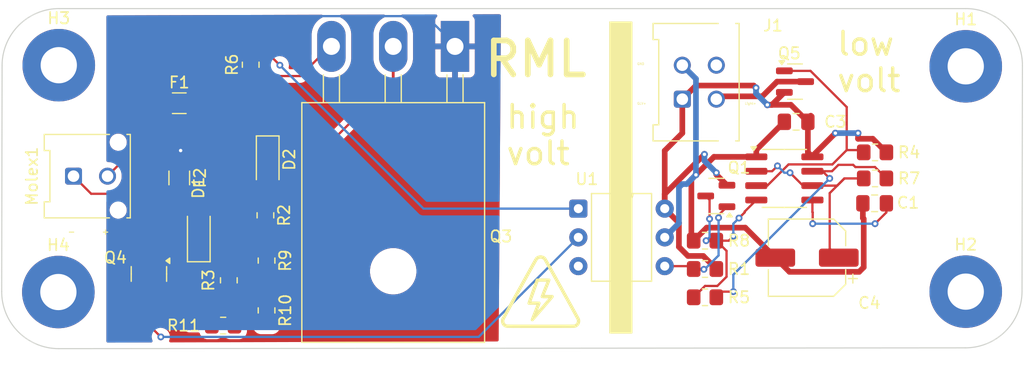
<source format=kicad_pcb>
(kicad_pcb (version 20241229) (generator "pcbnew") (generator_version "9.0")
  (layers (0 "F.Cu" signal) (2 "B.Cu" signal) (13 "F.Paste" user) (15 "B.Paste" user) (5 "F.SilkS" user "F.Silkscreen") (7 "B.SilkS" user "B.Silkscreen") (1 "F.Mask" user) (3 "B.Mask" user) (25 "Edge.Cuts" user))
  (net 0 "")
  (net 1 "Net-(D1-K)")
  (net 2 "/HV-")
  (net 3 "GLV+")
  (net 4 "Net-(Q1-D)")
  (net 5 "Net-(Q1-G)")
  (net 6 "Net-(Q3-S)")
  (net 7 "Net-(Q4-D)")
  (net 8 "Net-(R6-Pad2)")
  (net 10 "Net-(D2-A)")
  (net 11 "/HV+")
  (net 12 "Net-(U2-CV)")
  (net 13 "Light+")
  (net 14 "GND")
  (net 15 "Net-(Q5-G)")
  (net 16 "Net-(U2-THR)")
  (net 18 "Net-(R10-Pad2)")
  (net 19 "Net-(R10-Pad1)")
  (net 20 "Net-(R2-Pad2)")
  (net 21 "Net-(D2-K)")
  (net 22 "Net-(Molex1-Pin_1)")
  (net 23 "Net-(U2-DIS)")
  (footprint "MountingHole:MountingHole_3.2mm_M3_Pad_TopBottom" (layer "F.Cu") (at 109 80.5)
    (property "Reference" "H3" (at 0 -4.15 0) (layer "F.SilkS"))
    (property "Value" "MountingHole")
    (pad "1" thru_hole circle (at 0 0) (size 3.6 3.6) (drill 3.2) (layers "*.Cu" "*.Mask"))
    (pad "1" connect circle (at 0 0) (size 6.4 6.4) (layers "F.Cu" "F.Mask"))
    (pad "1" connect circle (at 0 0) (size 6.4 6.4) (layers "B.Cu" "B.Mask"))
  )
  (footprint "Resistor_SMD:R_0805_2012Metric_Pad1.20x1.40mm_HandSolder" (layer "F.Cu") (at 127.3282 97.7579 -90)
    (property "Reference" "R9" (at 0 -1.65 90) (layer "F.SilkS"))
    (property "Value" "240k")
    (pad "1" smd roundrect (at -1 0 270) (size 1.2 1.4) (layers "F.Cu" "F.Mask" "F.Paste") (roundrect_rratio 0.208333) (net 20 "Net-(R2-Pad2)"))
    (pad "2" smd roundrect (at 1 0 270) (size 1.2 1.4) (layers "F.Cu" "F.Mask" "F.Paste") (roundrect_rratio 0.208333) (net 19 "Net-(R10-Pad1)"))
  )
  (footprint "Resistor_SMD:R_0805_2012Metric_Pad1.20x1.40mm_HandSolder" (layer "F.Cu") (at 124 99.5 90)
    (property "Reference" "R3" (at 0 -1.8 90) (layer "F.SilkS"))
    (property "Value" "2M")
    (pad "1" smd roundrect (at -1 0 90) (size 1.2 1.4) (layers "F.Cu" "F.Mask" "F.Paste") (roundrect_rratio 0.208333) (net 1 "Net-(D1-K)"))
    (pad "2" smd roundrect (at 1 0 90) (size 1.2 1.4) (layers "F.Cu" "F.Mask" "F.Paste") (roundrect_rratio 0.208333) (net 2 "/HV-"))
  )
  (footprint "Capacitor_SMD:CP_Elec_6.3x5.4" (layer "F.Cu") (at 175 97.5 180)
    (property "Reference" "C4" (at -5.5 -4 0) (layer "F.SilkS"))
    (property "Value" "100uF")
    (pad "1" smd roundrect (at -2.8 0 180) (size 3.5 1.6) (layers "F.Cu" "F.Mask" "F.Paste") (roundrect_rratio 0.15625) (net 16 "Net-(U2-THR)"))
    (pad "2" smd roundrect (at 2.8 0 180) (size 3.5 1.6) (layers "F.Cu" "F.Mask" "F.Paste") (roundrect_rratio 0.15625) (net 14 "GND"))
  )
  (footprint "Connector_Molex:Molex_Micro-Fit_3.0_43045-0212_2x01_P3.00mm_Vertical" (layer "F.Cu") (at 110.3 90.3 90)
    (property "Reference" "Molex1" (at 0 -3.67 90) (layer "F.SilkS"))
    (property "Value" "043045-0212")
    (pad "" np_thru_hole circle (at -3 3.94 90) (size 1.02 1.02) (drill 1.02) (layers "*.Cu" "*.Mask"))
    (pad "" np_thru_hole circle (at 3 3.94 90) (size 1.02 1.02) (drill 1.02) (layers "*.Cu" "*.Mask"))
    (pad "1" thru_hole roundrect (at 0 0 90) (size 1.5 1.5) (drill 1.02) (layers "*.Cu" "*.Mask") (roundrect_rratio 0.166667) (net 22 "Net-(Molex1-Pin_1)"))
    (pad "2" thru_hole circle (at 0 3 90) (size 1.5 1.5) (drill 1.02) (layers "*.Cu" "*.Mask") (net 11 "/HV+"))
  )
  (footprint "Fuse:Fuse_1206_3216Metric" (layer "F.Cu") (at 119.6282 90.4579 -90)
    (property "Reference" "F2" (at 0 -1.83 270) (layer "F.SilkS"))
    (property "Value" "750mA")
    (pad "1" smd roundrect (at -1.4 0 270) (size 1.25 1.75) (layers "F.Cu" "F.Mask" "F.Paste") (roundrect_rratio 0.2) (net 2 "/HV-"))
    (pad "2" smd roundrect (at 1.4 0 270) (size 1.25 1.75) (layers "F.Cu" "F.Mask" "F.Paste") (roundrect_rratio 0.2) (net 22 "Net-(Molex1-Pin_1)"))
  )
  (footprint "Capacitor_SMD:C_0805_2012Metric_Pad1.18x1.45mm_HandSolder" (layer "F.Cu") (at 174.0375 85.5)
    (property "Reference" "C3" (at 3.4625 0 0) (layer "F.SilkS"))
    (property "Value" "1uF")
    (pad "1" smd roundrect (at -1.0375 0) (size 1.175 1.45) (layers "F.Cu" "F.Mask" "F.Paste") (roundrect_rratio 0.212766) (net 14 "GND"))
    (pad "2" smd roundrect (at 1.0375 0) (size 1.175 1.45) (layers "F.Cu" "F.Mask" "F.Paste") (roundrect_rratio 0.212766) (net 3 "GLV+"))
  )
  (footprint "Resistor_SMD:R_0805_2012Metric_Pad1.20x1.40mm_HandSolder" (layer "F.Cu") (at 166 98.5 180)
    (property "Reference" "R1" (at -3 0 0) (layer "F.SilkS"))
    (property "Value" "2k")
    (pad "1" smd roundrect (at -1 0 180) (size 1.2 1.4) (layers "F.Cu" "F.Mask" "F.Paste") (roundrect_rratio 0.208333) (net 3 "GLV+"))
    (pad "2" smd roundrect (at 1 0 180) (size 1.2 1.4) (layers "F.Cu" "F.Mask" "F.Paste") (roundrect_rratio 0.208333) (net 5 "Net-(Q1-G)"))
  )
  (footprint "Resistor_SMD:R_0805_2012Metric_Pad1.20x1.40mm_HandSolder" (layer "F.Cu") (at 127.2282 93.7579 -90)
    (property "Reference" "R2" (at 0 -1.65 90) (layer "F.SilkS"))
    (property "Value" "240k")
    (pad "1" smd roundrect (at -1 0 270) (size 1.2 1.4) (layers "F.Cu" "F.Mask" "F.Paste") (roundrect_rratio 0.208333) (net 10 "Net-(D2-A)"))
    (pad "2" smd roundrect (at 1 0 270) (size 1.2 1.4) (layers "F.Cu" "F.Mask" "F.Paste") (roundrect_rratio 0.208333) (net 20 "Net-(R2-Pad2)"))
  )
  (footprint "MountingHole:MountingHole_3.2mm_M3_Pad_TopBottom" (layer "F.Cu") (at 108.964466 100.535534)
    (property "Reference" "H4" (at 0 -4.15 0) (layer "F.SilkS"))
    (property "Value" "MountingHole")
    (pad "1" thru_hole circle (at 0 0) (size 3.6 3.6) (drill 3.2) (layers "*.Cu" "*.Mask"))
    (pad "1" connect circle (at 0 0) (size 6.4 6.4) (layers "F.Cu" "F.Mask"))
    (pad "1" connect circle (at 0 0) (size 6.4 6.4) (layers "B.Cu" "B.Mask"))
  )
  (footprint "Capacitor_SMD:C_0805_2012Metric_Pad1.18x1.45mm_HandSolder" (layer "F.Cu") (at 180.9625 92.7)
    (property "Reference" "C1" (at 2.95 -0.05 0) (layer "F.SilkS"))
    (property "Value" "0.1uF")
    (pad "1" smd roundrect (at -1.0375 0) (size 1.175 1.45) (layers "F.Cu" "F.Mask" "F.Paste") (roundrect_rratio 0.212766) (net 14 "GND"))
    (pad "2" smd roundrect (at 1.0375 0) (size 1.175 1.45) (layers "F.Cu" "F.Mask" "F.Paste") (roundrect_rratio 0.212766) (net 12 "Net-(U2-CV)"))
  )
  (footprint "Diode_SMD:D_SOD-123" (layer "F.Cu") (at 121.35 95.5 90)
    (property "Reference" "D1" (at 4.1782 -0.0421 90) (layer "F.SilkS"))
    (property "Value" "BZT52C12")
    (pad "1" smd roundrect (at -1.65 0 90) (size 0.9 1.2) (layers "F.Cu" "F.Mask" "F.Paste") (net 1 "Net-(D1-K)"))
    (pad "2" smd roundrect (at 1.65 0 90) (size 0.9 1.2) (layers "F.Cu" "F.Mask" "F.Paste") (net 2 "/HV-"))
  )
  (footprint "Resistor_SMD:R_0805_2012Metric_Pad1.20x1.40mm_HandSolder" (layer "F.Cu") (at 123.5 103.5 180)
    (property "Reference" "R11" (at 3.5 0 0) (layer "F.SilkS"))
    (property "Value" "240k")
    (pad "1" smd roundrect (at -1 0 180) (size 1.2 1.4) (layers "F.Cu" "F.Mask" "F.Paste") (roundrect_rratio 0.208333) (net 18 "Net-(R10-Pad2)"))
    (pad "2" smd roundrect (at 1 0 180) (size 1.2 1.4) (layers "F.Cu" "F.Mask" "F.Paste") (roundrect_rratio 0.208333) (net 1 "Net-(D1-K)"))
  )
  (footprint "LOGO" (layer "F.Cu") (at 151.5 100.5)
    (property "Reference" "G***" (hide yes))
    (property "Value" "LOGO" (hide yes))
  )
  (footprint "MountingHole:MountingHole_3.2mm_M3_Pad_TopBottom" (layer "F.Cu") (at 189 100.5)
    (property "Reference" "H2" (at 0 -4.15 0) (layer "F.SilkS"))
    (property "Value" "MountingHole")
    (pad "1" thru_hole circle (at 0 0) (size 3.6 3.6) (drill 3.2) (layers "*.Cu" "*.Mask"))
    (pad "1" connect circle (at 0 0) (size 6.4 6.4) (layers "F.Cu" "F.Mask"))
    (pad "1" connect circle (at 0 0) (size 6.4 6.4) (layers "B.Cu" "B.Mask"))
  )
  (footprint "Resistor_SMD:R_0805_2012Metric_Pad1.20x1.40mm_HandSolder" (layer "F.Cu") (at 166 96)
    (property "Reference" "R8" (at 3 0 0) (layer "F.SilkS"))
    (property "Value" "1k")
    (pad "1" smd roundrect (at -1 0) (size 1.2 1.4) (layers "F.Cu" "F.Mask" "F.Paste") (roundrect_rratio 0.208333) (net 14 "GND"))
    (pad "2" smd roundrect (at 1 0) (size 1.2 1.4) (layers "F.Cu" "F.Mask" "F.Paste") (roundrect_rratio 0.208333) (net 4 "Net-(Q1-D)"))
  )
  (footprint "Connector_Molex:Molex_Micro-Fit_3.0_43045-0412_2x02_P3.00mm_Vertical" (layer "F.Cu") (at 164 83.5 90)
    (property "Reference" "J1" (at 6.5 8 180) (layer "F.SilkS"))
    (property "Value" "043045-0412")
    (pad "" np_thru_hole circle (at -3 3.94 90) (size 1.02 1.02) (drill 1.02) (layers "*.Cu" "*.Mask"))
    (pad "" np_thru_hole circle (at 6 3.94 90) (size 1.02 1.02) (drill 1.02) (layers "*.Cu" "*.Mask"))
    (pad "1" thru_hole roundrect (at 0 0 90) (size 1.5 1.5) (drill 1.02) (layers "*.Cu" "*.Mask") (roundrect_rratio 0.166667) (net 3 "GLV+"))
    (pad "2" thru_hole circle (at 3 0 90) (size 1.5 1.5) (drill 1.02) (layers "*.Cu" "*.Mask") (net 14 "GND"))
    (pad "3" thru_hole circle (at 0 3 90) (size 1.5 1.5) (drill 1.02) (layers "*.Cu" "*.Mask") (net 13 "Light+"))
    (pad "4" thru_hole circle (at 3 3 90) (size 1.5 1.5) (drill 1.02) (layers "*.Cu" "*.Mask"))
  )
  (footprint "Resistor_SMD:R_0805_2012Metric_Pad1.20x1.40mm_HandSolder" (layer "F.Cu") (at 127.3282 102.1579 -90)
    (property "Reference" "R10" (at 0 -1.65 90) (layer "F.SilkS"))
    (property "Value" "240k")
    (pad "1" smd roundrect (at -1 0 270) (size 1.2 1.4) (layers "F.Cu" "F.Mask" "F.Paste") (roundrect_rratio 0.208333) (net 19 "Net-(R10-Pad1)"))
    (pad "2" smd roundrect (at 1 0 270) (size 1.2 1.4) (layers "F.Cu" "F.Mask" "F.Paste") (roundrect_rratio 0.208333) (net 18 "Net-(R10-Pad2)"))
  )
  (footprint "Resistor_SMD:R_0805_2012Metric_Pad1.20x1.40mm_HandSolder" (layer "F.Cu") (at 181 88.2)
    (property "Reference" "R4" (at 3 0 0) (layer "F.SilkS"))
    (property "Value" "1k")
    (pad "1" smd roundrect (at -1 0) (size 1.2 1.4) (layers "F.Cu" "F.Mask" "F.Paste") (roundrect_rratio 0.208333) (net 15 "Net-(Q5-G)"))
    (pad "2" smd roundrect (at 1 0) (size 1.2 1.4) (layers "F.Cu" "F.Mask" "F.Paste") (roundrect_rratio 0.208333) (net 3 "GLV+"))
  )
  (footprint "Resistor_SMD:R_0805_2012Metric_Pad1.20x1.40mm_HandSolder" (layer "F.Cu") (at 166 101)
    (property "Reference" "R5" (at 3 0 0) (layer "F.SilkS"))
    (property "Value" "100")
    (pad "1" smd roundrect (at -1 0) (size 1.2 1.4) (layers "F.Cu" "F.Mask" "F.Paste") (roundrect_rratio 0.208333) (net 4 "Net-(Q1-D)"))
    (pad "2" smd roundrect (at 1 0) (size 1.2 1.4) (layers "F.Cu" "F.Mask" "F.Paste") (roundrect_rratio 0.208333) (net 23 "Net-(U2-DIS)"))
  )
  (footprint "Package_DIP:DIP-6_W7.62mm" (layer "F.Cu") (at 154.8282 93.1679)
    (property "Reference" "U1" (at 0.752 -2.6058 0) (layer "F.SilkS"))
    (property "Value" "H11L1M")
    (pad "1" thru_hole roundrect (at 0 0) (size 1.6 1.6) (drill 0.8) (layers "*.Cu" "*.Mask") (roundrect_rratio 0.15625) (net 8 "Net-(R6-Pad2)"))
    (pad "2" thru_hole circle (at 0 2.54) (size 1.6 1.6) (drill 0.8) (layers "*.Cu" "*.Mask") (net 7 "Net-(Q4-D)"))
    (pad "3" thru_hole circle (at 0 5.08) (size 1.6 1.6) (drill 0.8) (layers "*.Cu" "*.Mask"))
    (pad "4" thru_hole circle (at 7.62 5.08) (size 1.6 1.6) (drill 0.8) (layers "*.Cu" "*.Mask") (net 5 "Net-(Q1-G)"))
    (pad "5" thru_hole circle (at 7.62 2.54) (size 1.6 1.6) (drill 0.8) (layers "*.Cu" "*.Mask") (net 14 "GND"))
    (pad "6" thru_hole circle (at 7.62 0) (size 1.6 1.6) (drill 0.8) (layers "*.Cu" "*.Mask") (net 3 "GLV+"))
  )
  (footprint "Diode_SMD:D_SOD-123F" (layer "F.Cu") (at 127.4282 88.9579 -90)
    (property "Reference" "D2" (at -0.127 -1.905 270) (layer "F.SilkS"))
    (property "Value" "BZT52C51")
    (pad "1" smd roundrect (at -1.4 0 270) (size 1.1 1.1) (layers "F.Cu" "F.Mask" "F.Paste") (roundrect_rratio 0.2272727273) (net 21 "Net-(D2-K)"))
    (pad "2" smd roundrect (at 1.4 0 270) (size 1.1 1.1) (layers "F.Cu" "F.Mask" "F.Paste") (roundrect_rratio 0.2272727273) (net 10 "Net-(D2-A)"))
  )
  (footprint "Fuse:Fuse_1206_3216Metric" (layer "F.Cu") (at 119.6282 83.8579)
    (property "Reference" "F1" (at 0 -1.83 0) (layer "F.SilkS"))
    (property "Value" "750mA")
    (pad "1" smd roundrect (at -1.4 0) (size 1.25 1.75) (layers "F.Cu" "F.Mask" "F.Paste") (roundrect_rratio 0.2) (net 11 "/HV+"))
    (pad "2" smd roundrect (at 1.4 0) (size 1.25 1.75) (layers "F.Cu" "F.Mask" "F.Paste") (roundrect_rratio 0.2) (net 21 "Net-(D2-K)"))
  )
  (footprint "Package_TO_SOT_SMD:SOT-23" (layer "F.Cu") (at 167 92.05 180)
    (property "Reference" "Q1" (at -2 2.5 180) (layer "F.SilkS"))
    (property "Value" "DMP2035U-7")
    (pad "1" smd roundrect (at -0.9375 -0.95 180) (size 1.475 0.6) (layers "F.Cu" "F.Mask" "F.Paste") (net 5 "Net-(Q1-G)"))
    (pad "2" smd roundrect (at -0.9375 0.95 180) (size 1.475 0.6) (layers "F.Cu" "F.Mask" "F.Paste") (net 3 "GLV+"))
    (pad "3" smd roundrect (at 0.9375 0 180) (size 1.475 0.6) (layers "F.Cu" "F.Mask" "F.Paste") (net 4 "Net-(Q1-D)"))
  )
  (footprint "Package_SO:SOIC-8_3.9x4.9mm_P1.27mm" (layer "F.Cu") (at 173 90.5)
    (property "Reference" "U2" (hide yes))
    (property "Value" "NE555D")
    (pad "1" smd roundrect (at -2.475 -1.905) (size 1.95 0.6) (layers "F.Cu" "F.Mask" "F.Paste") (net 14 "GND"))
    (pad "2" smd roundrect (at -2.475 -0.635) (size 1.95 0.6) (layers "F.Cu" "F.Mask" "F.Paste") (net 16 "Net-(U2-THR)"))
    (pad "3" smd roundrect (at -2.475 0.635) (size 1.95 0.6) (layers "F.Cu" "F.Mask" "F.Paste") (net 15 "Net-(Q5-G)"))
    (pad "4" smd roundrect (at -2.475 1.905) (size 1.95 0.6) (layers "F.Cu" "F.Mask" "F.Paste") (net 4 "Net-(Q1-D)"))
    (pad "5" smd roundrect (at 2.475 1.905) (size 1.95 0.6) (layers "F.Cu" "F.Mask" "F.Paste") (net 12 "Net-(U2-CV)"))
    (pad "6" smd roundrect (at 2.475 0.635) (size 1.95 0.6) (layers "F.Cu" "F.Mask" "F.Paste") (net 16 "Net-(U2-THR)"))
    (pad "7" smd roundrect (at 2.475 -0.635) (size 1.95 0.6) (layers "F.Cu" "F.Mask" "F.Paste") (net 23 "Net-(U2-DIS)"))
    (pad "8" smd roundrect (at 2.475 -1.905) (size 1.95 0.6) (layers "F.Cu" "F.Mask" "F.Paste") (net 3 "GLV+"))
  )
  (footprint "Resistor_SMD:R_0805_2012Metric_Pad1.20x1.40mm_HandSolder" (layer "F.Cu") (at 181 90.5)
    (property "Reference" "R7" (at 3 0 0) (layer "F.SilkS"))
    (property "Value" "3k")
    (pad "1" smd roundrect (at -1 0) (size 1.2 1.4) (layers "F.Cu" "F.Mask" "F.Paste") (roundrect_rratio 0.208333) (net 16 "Net-(U2-THR)"))
    (pad "2" smd roundrect (at 1 0) (size 1.2 1.4) (layers "F.Cu" "F.Mask" "F.Paste") (roundrect_rratio 0.208333) (net 23 "Net-(U2-DIS)"))
  )
  (footprint "Package_TO_SOT_THT:TO-247-3_Horizontal_TabDown" (layer "F.Cu") (at 143.95 78.84 180)
    (property "Reference" "Q3" (at -4.05 -16.7856 0) (layer "F.SilkS"))
    (property "Value" "UJ3N065080K3S")
    (pad "" np_thru_hole circle (at 5.45 -19.86 180) (size 3.6 3.6) (drill 3.6) (layers "*.Cu" "*.Mask"))
    (pad "1" thru_hole rect (at 0 0 180) (size 2.5 4.5) (drill 1.5) (layers "*.Cu" "*.Mask") (net 2 "/HV-"))
    (pad "2" thru_hole oval (at 5.45 0 180) (size 2.5 4.5) (drill 1.5) (layers "*.Cu" "*.Mask") (net 21 "Net-(D2-K)"))
    (pad "3" thru_hole oval (at 10.9 0 180) (size 2.5 4.5) (drill 1.5) (layers "*.Cu" "*.Mask") (net 6 "Net-(Q3-S)"))
  )
  (footprint "Package_TO_SOT_SMD:SOT-23" (layer "F.Cu") (at 116.95 98.9375 -90)
    (property "Reference" "Q4" (at -1.4375 2.95 180) (layer "F.SilkS"))
    (property "Value" "DMN2056U")
    (pad "1" smd roundrect (at -0.9375 -0.95 270) (size 1.475 0.6) (layers "F.Cu" "F.Mask" "F.Paste") (net 1 "Net-(D1-K)"))
    (pad "2" smd roundrect (at -0.9375 0.95 270) (size 1.475 0.6) (layers "F.Cu" "F.Mask" "F.Paste") (net 2 "/HV-"))
    (pad "3" smd roundrect (at 0.9375 0 270) (size 1.475 0.6) (layers "F.Cu" "F.Mask" "F.Paste") (net 7 "Net-(Q4-D)"))
  )
  (footprint "Resistor_SMD:R_0805_2012Metric_Pad1.20x1.40mm_HandSolder" (layer "F.Cu") (at 125.9282 80.4579 90)
    (property "Reference" "R6" (at 0 -1.65 90) (layer "F.SilkS"))
    (property "Value" "5.6k")
    (pad "1" smd roundrect (at -1 0 90) (size 1.2 1.4) (layers "F.Cu" "F.Mask" "F.Paste") (roundrect_rratio 0.208333) (net 6 "Net-(Q3-S)"))
    (pad "2" smd roundrect (at 1 0 90) (size 1.2 1.4) (layers "F.Cu" "F.Mask" "F.Paste") (roundrect_rratio 0.208333) (net 8 "Net-(R6-Pad2)"))
  )
  (footprint "MountingHole:MountingHole_3.2mm_M3_Pad_TopBottom" (layer "F.Cu") (at 189 80.6)
    (property "Reference" "H1" (at 0 -4.15 0) (layer "F.SilkS"))
    (property "Value" "MountingHole")
    (pad "1" thru_hole circle (at 0 0) (size 3.6 3.6) (drill 3.2) (layers "*.Cu" "*.Mask"))
    (pad "1" connect circle (at 0 0) (size 6.4 6.4) (layers "F.Cu" "F.Mask"))
    (pad "1" connect circle (at 0 0) (size 6.4 6.4) (layers "B.Cu" "B.Mask"))
  )
  (footprint "Package_TO_SOT_SMD:SOT-23" (layer "F.Cu") (at 173.9375 81.95)
    (property "Reference" "Q5" (at -0.5 -2.5 0) (layer "F.SilkS"))
    (property "Value" "AO3401A")
    (pad "1" smd roundrect (at -0.9375 -0.95) (size 1.475 0.6) (layers "F.Cu" "F.Mask" "F.Paste") (net 15 "Net-(Q5-G)"))
    (pad "2" smd roundrect (at -0.9375 0.95) (size 1.475 0.6) (layers "F.Cu" "F.Mask" "F.Paste") (net 3 "GLV+"))
    (pad "3" smd roundrect (at 0.9375 0) (size 1.475 0.6) (layers "F.Cu" "F.Mask" "F.Paste") (net 13 "Light+"))
  )
  (gr_rect (start 157.6257 76.7079) (end 159.5307 104.1329) (stroke (width 0.15)) (fill no) (layer "F.SilkS"))
  (gr_line (start 188.964466 105.464465) (end 109 105.535471) (stroke (width 0.1)) (layer "Edge.Cuts"))
  (gr_arc (start 193.964466 100.464466) (mid 192.5 104) (end 188.964466 105.464466) (stroke (width 0.1)) (layer "Edge.Cuts"))
  (gr_arc (start 103.999882 80.54393) (mid 105.471821 76.977752) (end 109.035542 75.499875) (stroke (width 0.1)) (layer "Edge.Cuts"))
  (gr_line (start 103.964529 100.5) (end 103.999882 80.54393) (stroke (width 0.1)) (layer "Edge.Cuts"))
  (gr_arc (start 189 75.5) (mid 192.535534 76.964466) (end 194 80.5) (stroke (width 0.1)) (layer "Edge.Cuts"))
  (gr_arc (start 109 105.535471) (mid 105.439384 104.060616) (end 103.964529 100.5) (stroke (width 0.1)) (layer "Edge.Cuts"))
  (gr_line (start 109.035534 75.499875) (end 189 75.5) (stroke (width 0.1)) (layer "Edge.Cuts"))
  (gr_line (start 194 80.5) (end 193.964465 100.464466) (stroke (width 0.1)) (layer "Edge.Cuts"))
  (gr_text "-" (at 110.5 95.5 0) (layer "F.SilkS") (effects (font (size 0.5 0.5) (thickness 0.1) (bold yes)) (justify left bottom mirror)))
  (gr_text "GND" (at 160 80.5 0) (layer "F.SilkS") (effects (font (size 0.2 0.2) (thickness 0.04) (bold yes)) (justify left bottom)))
  (gr_text "GLV+" (at 160 84 0) (layer "F.SilkS") (effects (font (size 0.2 0.2) (thickness 0.04) (bold yes)) (justify left bottom)))
  (gr_text "Light+" (at 169.5 84 0) (layer "F.SilkS") (effects (font (size 0.2 0.2) (thickness 0.04) (bold yes)) (justify left bottom)))
  (gr_text "low \nvolt\n" (at 177.5 83 0) (layer "F.SilkS") (effects (font (size 2 2) (thickness 0.3)) (justify left bottom)))
  (gr_text "high \nvolt" (at 148.3282 89.4579 0) (layer "F.SilkS") (effects (font (size 2 2) (thickness 0.3)) (justify left bottom)))
  (gr_text "+" (at 113.5 95.5 0) (layer "F.SilkS") (effects (font (size 0.5 0.5) (thickness 0.1) (bold yes)) (justify left bottom mirror)))
  (gr_text "RML" (at 146.3282 81.7079 0) (layer "F.SilkS") (effects (font (size 3 3) (thickness 0.5) (bold yes)) (justify left bottom)))
  (segment (start 117.9 100.85) (end 120.55 103.5) (width 0.2) (layer "F.Cu") (net 1))
  (segment (start 117.9 98) (end 117.9 100.85) (width 0.2) (layer "F.Cu") (net 1))
  (segment (start 124 101.5) (end 124 100.5) (width 0.2) (layer "F.Cu") (net 1))
  (segment (start 122.5 103) (end 124 101.5) (width 0.2) (layer "F.Cu") (net 1))
  (segment (start 124 100.5) (end 121.35 97.85) (width 0.2) (layer "F.Cu") (net 1))
  (segment (start 120.55 103.5) (end 122.5 103.5) (width 0.2) (layer "F.Cu") (net 1))
  (segment (start 121.35 97.85) (end 121.35 97.15) (width 0.2) (layer "F.Cu") (net 1))
  (segment (start 122.5 103.5) (end 122.5 103) (width 0.2) (layer "F.Cu") (net 1))
  (segment (start 123.05 93.85) (end 124 94.8) (width 0.2) (layer "F.Cu") (net 2))
  (segment (start 124 90.2) (end 122.8579 89.0579) (width 0.2) (layer "F.Cu") (net 2))
  (segment (start 118.5 95.5) (end 119.7 95.5) (width 0.2) (layer "F.Cu") (net 2))
  (segment (start 119.6282 87.9179) (end 119.7482 88.0379) (width 0.2) (layer "F.Cu") (net 2))
  (segment (start 119.7 95.5) (end 121.35 93.85) (width 0.2) (layer "F.Cu") (net 2))
  (segment (start 119.7482 88.0379) (end 119.7482 88.9379) (width 0.2) (layer "F.Cu") (net 2))
  (segment (start 121.35 93.85) (end 123.05 93.85) (width 0.2) (layer "F.Cu") (net 2))
  (segment (start 116 98) (end 118.5 95.5) (width 0.2) (layer "F.Cu") (net 2))
  (segment (start 122.8579 89.0579) (end 119.6282 89.0579) (width 0.2) (layer "F.Cu") (net 2))
  (segment (start 119.7482 88.9379) (end 119.6282 89.0579) (width 0.2) (layer "F.Cu") (net 2))
  (segment (start 124 94.8) (end 124 98.5) (width 0.2) (layer "F.Cu") (net 2))
  (segment (start 124 90.2) (end 124 94.8) (width 0.2) (layer "F.Cu") (net 2))
  (via (at 119.7482 88.0379) (size 0.6) (drill 0.3) (layers "F.Cu" "B.Cu") (net 2))
  (segment (start 141.399 76.1634) (end 143.95 78.7144) (width 0.2) (layer "B.Cu") (net 2))
  (segment (start 125.660618 76.1634) (end 141.399 76.1634) (width 0.2) (layer "B.Cu") (net 2))
  (segment (start 119.6282 82.195818) (end 125.660618 76.1634) (width 0.2) (layer "B.Cu") (net 2))
  (segment (start 119.6282 87.9179) (end 119.6282 82.195818) (width 0.2) (layer "B.Cu") (net 2))
  (segment (start 143.9282 77.9579) (end 143.95 77.9797) (width 0.2) (layer "B.Cu") (net 2))
  (segment (start 164 86.5) (end 162.4482 88.0518) (width 0.5) (layer "F.Cu") (net 3))
  (segment (start 162.4482 91.876423) (end 165.951 88.373623) (width 0.5) (layer "F.Cu") (net 3))
  (segment (start 162.4482 88.0518) (end 162.4482 93.1679) (width 0.5) (layer "F.Cu") (net 3))
  (segment (start 162.4482 93.1679) (end 163.6992 94.4189) (width 0.5) (layer "F.Cu") (net 3))
  (segment (start 173.575 84) (end 175.075 85.5) (width 0.5) (layer "F.Cu") (net 3))
  (segment (start 175.475 88.595) (end 175.475 88.525) (width 0.5) (layer "F.Cu") (net 3))
  (segment (start 163.6992 94.4189) (end 163.6992 96.5482) (width 0.5) (layer "F.Cu") (net 3))
  (segment (start 171.5 84) (end 173.575 84) (width 0.5) (layer "F.Cu") (net 3))
  (segment (start 179.5 86.5) (end 179.5 87) (width 0.5) (layer "F.Cu") (net 3))
  (segment (start 167 90.1625) (end 167.9375 91.1) (width 0.5) (layer "F.Cu") (net 3))
  (segment (start 167 90) (end 167 90.1625) (width 0.5) (layer "F.Cu") (net 3))
  (segment (start 179.5 87) (end 180.8 87) (width 0.5) (layer "F.Cu") (net 3))
  (segment (start 164 83.5) (end 164 86.5) (width 0.5) (layer "F.Cu") (net 3))
  (segment (start 162.4482 93.1679) (end 162.4482 91.876423) (width 0.5) (layer "F.Cu") (net 3))
  (segment (start 165.849 97.349) (end 167 98.5) (width 0.5) (layer "F.Cu") (net 3))
  (segment (start 175.475 88.525) (end 177.5 86.5) (width 0.5) (layer "F.Cu") (net 3))
  (segment (start 175.075 85.5) (end 175.075 88.195) (width 0.5) (layer "F.Cu") (net 3))
  (segment (start 171.5 84) (end 171.9 84) (width 0.5) (layer "F.Cu") (net 3))
  (segment (start 174.8186 85.4675) (end 175.3282 84.9579) (width 0.5) (layer "F.Cu") (net 3))
  (segment (start 165.201 82.299) (end 170.299 82.299) (width 0.5) (layer "F.Cu") (net 3))
  (segment (start 175.075 88.195) (end 175.475 88.595) (width 0.5) (layer "F.Cu") (net 3))
  (segment (start 164 83.5) (end 165.201 82.299) (width 0.5) (layer "F.Cu") (net 3))
  (segment (start 171.9 84) (end 173 82.9) (width 0.5) (layer "F.Cu") (net 3))
  (segment (start 163.6992 96.5482) (end 164.5 97.349) (width 0.5) (layer "F.Cu") (net 3))
  (segment (start 164.5 97.349) (end 165.849 97.349) (width 0.5) (layer "F.Cu") (net 3))
  (segment (start 170.299 82.299) (end 170.5 82.5) (width 0.5) (layer "F.Cu") (net 3))
  (segment (start 180.8 87) (end 182 88.2) (width 0.5) (layer "F.Cu") (net 3))
  (via (at 171.5 84) (size 0.6) (drill 0.3) (layers "F.Cu" "B.Cu") (net 3))
  (via (at 167 90) (size 0.6) (drill 0.3) (layers "F.Cu" "B.Cu") (net 3))
  (via (at 177.5 86.5) (size 0.6) (drill 0.3) (layers "F.Cu" "B.Cu") (net 3))
  (via (at 179.5 86.5) (size 0.6) (drill 0.3) (layers "F.Cu" "B.Cu") (net 3))
  (via (at 165.951 88.373623) (size 0.6) (drill 0.3) (layers "F.Cu" "B.Cu") (net 3))
  (via (at 170.5 82.5) (size 0.6) (drill 0.3) (layers "F.Cu" "B.Cu") (net 3))
  (segment (start 170.5 83) (end 171.5 84) (width 0.5) (layer "B.Cu") (net 3))
  (segment (start 165.951 88.373623) (end 165.951 88.951) (width 0.5) (layer "B.Cu") (net 3))
  (segment (start 165.951 88.951) (end 167 90) (width 0.5) (layer "B.Cu") (net 3))
  (segment (start 170.5 82.5) (end 170.5 83) (width 0.5) (layer "B.Cu") (net 3))
  (segment (start 177.5 86.5) (end 179.5 86.5) (width 0.5) (layer "B.Cu") (net 3))
  (segment (start 169 94) (end 169.5 93.5) (width 0.2) (layer "F.Cu") (net 4))
  (segment (start 167 96) (end 168.099 96) (width 0.2) (layer "F.Cu") (net 4))
  (segment (start 167.901 96.901) (end 167.901 99.18516) (width 0.2) (layer "F.Cu") (net 4))
  (segment (start 166.001 99.999) (end 165 101) (width 0.2) (layer "F.Cu") (net 4))
  (segment (start 166.404192 92.391692) (end 166.0625 92.05) (width 0.2) (layer "F.Cu") (net 4))
  (segment (start 167.901 99.18516) (end 167.08716 99.999) (width 0.2) (layer "F.Cu") (net 4))
  (segment (start 167.08716 99.999) (end 166.001 99.999) (width 0.2) (layer "F.Cu") (net 4))
  (segment (start 168.099 96) (end 168.5 95.599) (width 0.2) (layer "F.Cu") (net 4))
  (segment (start 169.5 93.5) (end 169.5 93.43) (width 0.2) (layer "F.Cu") (net 4))
  (segment (start 166.404192 94.076903) (end 166.404192 92.391692) (width 0.2) (layer "F.Cu") (net 4))
  (segment (start 169.5 93.43) (end 170.525 92.405) (width 0.2) (layer "F.Cu") (net 4))
  (segment (start 166.1 96) (end 167 96) (width 0.2) (layer "F.Cu") (net 4))
  (segment (start 167 96) (end 167.901 96.901) (width 0.2) (layer "F.Cu") (net 4))
  (segment (start 167.1732 95.8629) (end 167.0782 95.9579) (width 0.5) (layer "F.Cu") (net 4))
  (via (at 169 94) (size 0.6) (drill 0.3) (layers "F.Cu" "B.Cu") (net 4))
  (via (at 166.1 96) (size 0.6) (drill 0.3) (layers "F.Cu" "B.Cu") (net 4))
  (via (at 168.5 95.599) (size 0.6) (drill 0.3) (layers "F.Cu" "B.Cu") (net 4))
  (via (at 166.404192 94.076903) (size 0.6) (drill 0.3) (layers "F.Cu" "B.Cu") (net 4))
  (segment (start 168.5 94.5) (end 169 94) (width 0.2) (layer "B.Cu") (net 4))
  (segment (start 166.404192 95.695808) (end 166.1 96) (width 0.2) (layer "B.Cu") (net 4))
  (segment (start 166.404192 94.076903) (end 166.404192 95.695808) (width 0.2) (layer "B.Cu") (net 4))
  (segment (start 168.5 95.599) (end 168.5 94.5) (width 0.2) (layer "B.Cu") (net 4))
  (segment (start 167.197613 93.974493) (end 167.197613 93.739887) (width 0.2) (layer "F.Cu") (net 5))
  (segment (start 164.7479 98.2479) (end 165 98.5) (width 0.2) (layer "F.Cu") (net 5))
  (segment (start 164.590338 98.5) (end 165 98.5) (width 0.2) (layer "F.Cu") (net 5))
  (segment (start 162.4482 98.2479) (end 164.7479 98.2479) (width 0.2) (layer "F.Cu") (net 5))
  (segment (start 165.030331 98.530331) (end 165 98.5) (width 0.2) (layer "F.Cu") (net 5))
  (segment (start 165.9 98.530331) (end 165.030331 98.530331) (width 0.2) (layer "F.Cu") (net 5))
  (segment (start 167.197613 93.739887) (end 167.9375 93) (width 0.2) (layer "F.Cu") (net 5))
  (via (at 167.197613 93.974493) (size 0.6) (drill 0.3) (layers "F.Cu" "B.Cu") (net 5))
  (via (at 165.9 98.530331) (size 0.6) (drill 0.3) (layers "F.Cu" "B.Cu") (net 5))
  (segment (start 167.197613 93.974493) (end 167.197613 97.302387) (width 0.2) (layer "B.Cu") (net 5))
  (segment (start 165.969669 98.530331) (end 165.9 98.530331) (width 0.2) (layer "B.Cu") (net 5))
  (segment (start 167.197613 97.302387) (end 165.969669 98.530331) (width 0.2) (layer "B.Cu") (net 5))
  (segment (start 130.3065 81.4579) (end 133.05 78.7144) (width 0.2) (layer "F.Cu") (net 6))
  (segment (start 125.9282 81.4579) (end 130.3065 81.4579) (width 0.2) (layer "F.Cu") (net 6))
  (segment (start 116.95 103.45) (end 118 104.5) (width 0.2) (layer "F.Cu") (net 7))
  (segment (start 116.95 99.875) (end 116.95 103.45) (width 0.2) (layer "F.Cu") (net 7))
  (via (at 118 104.5) (size 0.6) (drill 0.3) (layers "F.Cu" "B.Cu") (net 7))
  (segment (start 146.0361 104.5) (end 149.8282 100.7079) (width 0.2) (layer "B.Cu") (net 7))
  (segment (start 118 104.5) (end 146.0361 104.5) (width 0.2) (layer "B.Cu") (net 7))
  (segment (start 149.8282 100.7079) (end 154.8282 95.7079) (width 0.2) (layer "B.Cu") (net 7))
  (segment (start 125.9282 79.4579) (end 127.4579 79.4579) (width 0.2) (layer "F.Cu") (net 8))
  (segment (start 127.4579 79.4579) (end 128.5 80.5) (width 0.2) (layer "F.Cu") (net 8))
  (via (at 128.5 80.5) (size 0.6) (drill 0.3) (layers "F.Cu" "B.Cu") (net 8))
  (segment (start 128.5 80.5) (end 141.1679 93.1679) (width 0.2) (layer "B.Cu") (net 8))
  (segment (start 141.1679 93.1679) (end 154.8282 93.1679) (width 0.2) (layer "B.Cu") (net 8))
  (segment (start 127.2282 92.7579) (end 127.2282 90.5579) (width 0.2) (layer "F.Cu") (net 10))
  (segment (start 127.2282 90.5579) (end 127.4282 90.3579) (width 0.2) (layer "F.Cu") (net 10))
  (segment (start 112.8282 90.7579) (end 118.2282 85.3579) (width 0.2) (layer "F.Cu") (net 11))
  (segment (start 118.2282 85.3579) (end 118.2282 83.8579) (width 0.2) (layer "F.Cu") (net 11))
  (segment (start 182 93.5) (end 181 94.5) (width 0.2) (layer "F.Cu") (net 12))
  (segment (start 175.5 94.5) (end 175.5 93.5) (width 0.2) (layer "F.Cu") (net 12))
  (segment (start 175.5 93.5) (end 175.475 93.475) (width 0.2) (layer "F.Cu") (net 12))
  (segment (start 182 92.7) (end 182 93.5) (width 0.2) (layer "F.Cu") (net 12))
  (segment (start 175.475 93.475) (end 175.475 92.405) (width 0.2) (layer "F.Cu") (net 12))
  (via (at 181 94.5) (size 0.6) (drill 0.3) (layers "F.Cu" "B.Cu") (net 12))
  (via (at 175.5 94.5) (size 0.6) (drill 0.3) (layers "F.Cu" "B.Cu") (net 12))
  (segment (start 181 94.5) (end 175.5 94.5) (width 0.2) (layer "B.Cu") (net 12))
  (segment (start 172.3584 81.95) (end 171.0574 83.251) (width 0.5) (layer "F.Cu") (net 13))
  (segment (start 172.3584 81.95) (end 174.875 81.95) (width 0.5) (layer "F.Cu") (net 13))
  (segment (start 171.0574 83.251) (end 167.249 83.251) (width 0.5) (layer "F.Cu") (net 13))
  (segment (start 167.249 83.251) (end 167 83.5) (width 0.5) (layer "F.Cu") (net 13))
  (segment (start 165.201 90.184282) (end 166.790282 88.595) (width 0.5) (layer "F.Cu") (net 14))
  (segment (start 173.451 98.751) (end 179.597292 98.751) (width 0.5) (layer "F.Cu") (net 14))
  (segment (start 165.201 90.184282) (end 164.799 90.586282) (width 0.5) (layer "F.Cu") (net 14))
  (segment (start 162.5882 95.6679) (end 162.5932 95.6679) (width 1.2) (layer "F.Cu") (net 14))
  (segment (start 180.001 98.347292) (end 180.001 94.076) (width 0.5) (layer "F.Cu") (net 14))
  (segment (start 166.151 94.849) (end 169.549 94.849) (width 0.5) (layer "F.Cu") (net 14))
  (segment (start 166.790282 88.595) (end 170.525 88.595) (width 0.5) (layer "F.Cu") (net 14))
  (segment (start 164.799 90.586282) (end 164.799 95.799) (width 0.5) (layer "F.Cu") (net 14))
  (segment (start 179.597292 98.751) (end 180.001 98.347292) (width 0.5) (layer "F.Cu") (net 14))
  (segment (start 169.549 94.849) (end 172.2 97.5) (width 0.5) (layer "F.Cu") (net 14))
  (segment (start 179.925 94) (end 179.925 92.7) (width 0.5) (layer "F.Cu") (net 14))
  (segment (start 164.799 95.799) (end 165 96) (width 0.5) (layer "F.Cu") (net 14))
  (segment (start 170.525 87.975) (end 173 85.5) (width 0.5) (layer "F.Cu") (net 14))
  (segment (start 165 96) (end 166.151 94.849) (width 0.5) (layer "F.Cu") (net 14))
  (segment (start 170.525 88.595) (end 170.525 87.975) (width 0.5) (layer "F.Cu") (net 14))
  (segment (start 172.2 97.5) (end 173.451 98.751) (width 0.5) (layer "F.Cu") (net 14))
  (segment (start 180.001 94.076) (end 179.925 94) (width 0.5) (layer "F.Cu") (net 14))
  (via (at 165.201 90.184282) (size 0.6) (drill 0.3) (layers "F.Cu" "B.Cu") (net 14))
  (segment (start 163.6992 91.3008) (end 163.6992 94.4569) (width 0.5) (layer "B.Cu") (net 14))
  (segment (start 165.201 81.701) (end 165.201 90.184282) (width 0.5) (layer "B.Cu") (net 14))
  (segment (start 164 80.5) (end 165.201 81.701) (width 0.5) (layer "B.Cu") (net 14))
  (segment (start 163.6992 94.4569) (end 162.4482 95.7079) (width 0.5) (layer "B.Cu") (net 14))
  (segment (start 165.201 90.184282) (end 164.385282 91) (width 0.5) (layer "B.Cu") (net 14))
  (segment (start 164.385282 91) (end 164 91) (width 0.5) (layer "B.Cu") (net 14))
  (segment (start 164 91) (end 163.6992 91.3008) (width 0.5) (layer "B.Cu") (net 14))
  (segment (start 178.5 88) (end 179.8 88) (width 0.2) (layer "F.Cu") (net 15))
  (segment (start 177.236 89.264) (end 173.370999 89.264) (width 0.2) (layer "F.Cu") (net 15))
  (segment (start 178.5 84.195532) (end 178.5 88) (width 0.2) (layer "F.Cu") (net 15))
  (segment (start 179.8 88) (end 180 88.2) (width 0.2) (layer "F.Cu") (net 15))
  (segment (start 173.370999 89.264) (end 171.499999 91.135) (width 0.2) (layer "F.Cu") (net 15))
  (segment (start 173 81) (end 175.304468 81) (width 0.2) (layer "F.Cu") (net 15))
  (segment (start 171.499999 91.135) (end 170.525 91.135) (width 0.2) (layer "F.Cu") (net 15))
  (segment (start 175.304468 81) (end 178.5 84.195532) (width 0.2) (layer "F.Cu") (net 15))
  (segment (start 178.5 88) (end 177.236 89.264) (width 0.2) (layer "F.Cu") (net 15))
  (segment (start 178.3 90.5) (end 180 90.5) (width 0.2) (layer "F.Cu") (net 16))
  (segment (start 175.475 91.135) (end 174.635 91.135) (width 0.2) (layer "F.Cu") (net 16))
  (segment (start 177 91.8) (end 177 96.7) (width 0.2) (layer "F.Cu") (net 16))
  (segment (start 177 91.8) (end 178.3 90.5) (width 0.2) (layer "F.Cu") (net 16))
  (segment (start 177.665 91.135) (end 178.3 90.5) (width 0.2) (layer "F.Cu") (net 16))
  (segment (start 172.393235 89.393234) (end 171.921469 89.865) (width 0.2) (layer "F.Cu") (net 16))
  (segment (start 171.921469 89.865) (end 170.525 89.865) (width 0.2) (layer "F.Cu") (net 16))
  (segment (start 177.665 91.135) (end 175.475 91.135) (width 0.2) (layer "F.Cu") (net 16))
  (segment (start 174.635 91.135) (end 173.5 90) (width 0.2) (layer "F.Cu") (net 16))
  (segment (start 177 96.7) (end 177.8 97.5) (width 0.2) (layer "F.Cu") (net 16))
  (via (at 172.393235 89.393234) (size 0.6) (drill 0.3) (layers "F.Cu" "B.Cu") (net 16))
  (via (at 173.5 90) (size 0.6) (drill 0.3) (layers "F.Cu" "B.Cu") (net 16))
  (segment (start 173.5 90) (end 173.000001 90) (width 0.2) (layer "B.Cu") (net 16))
  (segment (start 173.000001 90) (end 172.393235 89.393234) (width 0.2) (layer "B.Cu") (net 16))
  (segment (start 125.3421 103.1579) (end 127.3282 103.1579) (width 0.2) (layer "F.Cu") (net 18))
  (segment (start 124.5 103.5) (end 125 103.5) (width 0.2) (layer "F.Cu") (net 18))
  (segment (start 125 103.5) (end 125.3421 103.1579) (width 0.2) (layer "F.Cu") (net 18))
  (segment (start 127.3282 101.1579) (end 127.3282 98.7579) (width 0.2) (layer "F.Cu") (net 19))
  (segment (start 127.3282 94.8579) (end 127.2282 94.7579) (width 0.2) (layer "F.Cu") (net 20))
  (segment (start 127.3282 96.7579) (end 127.3282 94.8579) (width 0.2) (layer "F.Cu") (net 20))
  (segment (start 121.2282 83.8579) (end 121.3282 83.9579) (width 0.2) (layer "F.Cu") (net 21))
  (segment (start 121.4282 83.8579) (end 122.1682 83.8579) (width 0.2) (layer "F.Cu") (net 21))
  (segment (start 122.1682 83.8579) (end 125.8682 87.5579) (width 0.2) (layer "F.Cu") (net 21))
  (segment (start 138.5 81.7906) (end 138.5 78.7144) (width 0.25) (layer "F.Cu") (net 21))
  (segment (start 132.7327 87.5579) (end 138.5 81.7906) (width 0.2) (layer "F.Cu") (net 21))
  (segment (start 125.8682 87.5579) (end 127.4282 87.5579) (width 0.2) (layer "F.Cu") (net 21))
  (segment (start 121.3282 83.9579) (end 121.4282 83.8579) (width 0.2) (layer "F.Cu") (net 21))
  (segment (start 127.4282 87.5579) (end 132.7327 87.5579) (width 0.2) (layer "F.Cu") (net 21))
  (segment (start 121.0282 83.8579) (end 121.2282 83.8579) (width 0.2) (layer "F.Cu") (net 21))
  (segment (start 119.6282 91.8579) (end 119.5382 91.9479) (width 0.2) (layer "F.Cu") (net 22))
  (segment (start 110.3 90.3) (end 111.8579 91.8579) (width 0.2) (layer "F.Cu") (net 22))
  (segment (start 111.8579 91.8579) (end 119.6282 91.8579) (width 0.2) (layer "F.Cu") (net 22))
  (segment (start 177.2021 89.865) (end 175.475 89.865) (width 0.2) (layer "F.Cu") (net 23))
  (segment (start 182 90.5) (end 180.999 89.499) (width 0.2) (layer "F.Cu") (net 23))
  (segment (start 168.5 100.5) (end 167.5 100.5) (width 0.2) (layer "F.Cu") (net 23))
  (segment (start 175.475 89.865) (end 176.365 89.865) (width 0.2) (layer "F.Cu") (net 23))
  (segment (start 179.0681 89.299) (end 179.2681 89.499) (width 0.2) (layer "F.Cu") (net 23))
  (segment (start 167.5 100.5) (end 167 101) (width 0.2) (layer "F.Cu") (net 23))
  (segment (start 177.7681 89.299) (end 177.2021 89.865) (width 0.2) (layer "F.Cu") (net 23))
  (segment (start 180.999 89.499) (end 179.2681 89.499) (width 0.2) (layer "F.Cu") (net 23))
  (segment (start 176.365 89.865) (end 177 90.5) (width 0.2) (layer "F.Cu") (net 23))
  (segment (start 177.7681 89.299) (end 179.0681 89.299) (width 0.2) (layer "F.Cu") (net 23))
  (via (at 177 90.5) (size 0.6) (drill 0.3) (layers "F.Cu" "B.Cu") (net 23))
  (via (at 168.5 100.5) (size 0.6) (drill 0.3) (layers "F.Cu" "B.Cu") (net 23))
  (segment (start 168.5 99) (end 168.5 100.5) (width 0.2) (layer "B.Cu") (net 23))
  (segment (start 177 90.5) (end 168.5 99) (width 0.2) (layer "B.Cu") (net 23))
  (zone (net 2) (net_name "/HV-") (layers "F.Cu" "B.Cu") (connect_pads (clearance 0.5)) (min_thickness 0.25) (fill yes (thermal_gap 0.5) (thermal_bridge_width 0.5))
    (polygon (pts (xy 113.2 76.1) (xy 113.2 105) (xy 147.8 104.9) (xy 148 76)))
  )
  (zone (net 0) (net_name "") (layer "F.SilkS") (connect_pads (clearance 0.5)) (min_thickness 0.25) (fill yes (thermal_gap 0.5) (thermal_bridge_width 0.5))
    (polygon (pts (xy 157.5782 76.7379) (xy 159.4832 76.7379) (xy 159.4832 104.1629) (xy 157.5782 104.1629)))
  )
)
</source>
